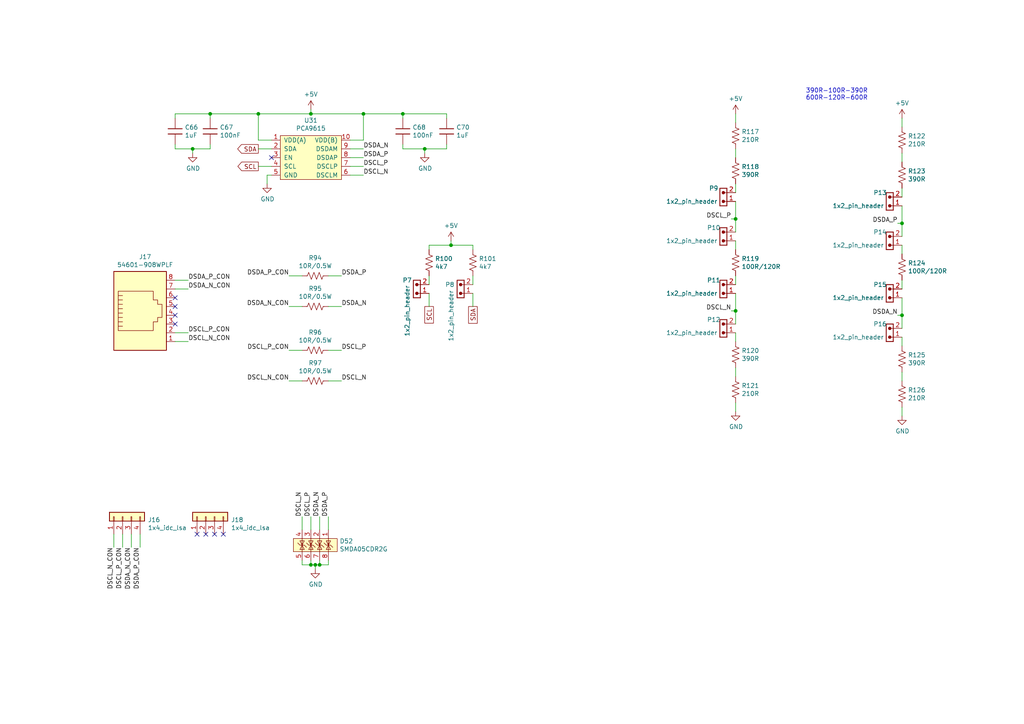
<source format=kicad_sch>
(kicad_sch (version 20230121) (generator eeschema)
  (paper "A4")
  (title_block (title "Differential I2C bus") (date "2023-07-15") (rev "v2.0") (company "Roman Labovsky (roman-labovsky.cz)"))
  (lib_symbols
    (symbol "connector_rl:1x2_pin_header" (pin_names (offset 1.016) hide)
      (property "Reference" "P" (at 0 2.54 0))
      (property "Value" "1x2_pin_header" (at 1.27 -5.08 0))
      (symbol "1x2_pin_header_0_1"
        (circle (center -1.27 -0.254) (radius 0.254) (stroke (width 0.4572)))
        (polyline (pts (xy -2.54 -1.27) (xy -2.54 0.762)) (stroke (width 0.254)))
        (polyline (pts (xy -2.54 -1.27) (xy 2.54 -1.27)) (stroke (width 0.254)))
        (polyline (pts (xy -1.27 -1.27) (xy -1.27 -0.254)) (stroke (width 0.1524)))
        (polyline (pts (xy 1.27 -1.27) (xy 1.27 -0.254)) (stroke (width 0.1524)))
        (polyline (pts (xy 2.54 -1.27) (xy 2.54 0.762) (xy -2.54 0.762)) (stroke (width 0.254)))
        (circle (center 1.27 -0.254) (radius 0.254) (stroke (width 0.4572)))
      )
      (symbol "1x2_pin_header_1_1"
        (pin passive line (at -1.27 -3.81 90) (length 2.54) (name "1") (number "1"))
        (pin passive line (at 1.27 -3.81 90) (length 2.54) (name "2") (number "2"))
      )
    )
    (symbol "connector_rl:1x4_idc_lsa" (pin_names (offset 1.016) hide)
      (property "Reference" "J" (at 0 2.54 0))
      (property "Value" "1x4_idc_lsa" (at 11.43 0 0))
      (symbol "1x4_idc_lsa_1_1"
        (rectangle (start -5.08 -1.27) (end 5.08 1.27) (stroke (width 0.254)) (fill (type background)))
        (rectangle (start -3.937 -1.27) (end -3.683 0) (stroke (width 0.1524)))
        (rectangle (start -1.397 -1.27) (end -1.143 0) (stroke (width 0.1524)))
        (rectangle (start 1.143 -1.27) (end 1.397 0) (stroke (width 0.1524)))
        (rectangle (start 3.683 -1.27) (end 3.937 0) (stroke (width 0.1524)))
        (pin passive line (at -3.81 -5.08 90) (length 3.81) (name "1") (number "1"))
        (pin passive line (at -1.27 -5.08 90) (length 3.81) (name "2") (number "2"))
        (pin passive line (at 1.27 -5.08 90) (length 3.81) (name "3") (number "3"))
        (pin passive line (at 3.81 -5.08 90) (length 3.81) (name "4") (number "4"))
      )
    )
    (symbol "connector_rl:rj45" (pin_names (offset 1.016))
      (property "Reference" "J" (at -6.35 15.24 0))
      (property "Value" "rj45" (at 0 -12.7 0))
      (symbol "rj45_1_1"
        (polyline (pts (xy -5.08 4.445) (xy -6.35 4.445)))
        (polyline (pts (xy -5.08 5.715) (xy -6.35 5.715)))
        (polyline (pts (xy -6.35 -3.175) (xy -5.08 -3.175) (xy -5.08 -3.175)))
        (polyline (pts (xy -6.35 -1.905) (xy -5.08 -1.905) (xy -5.08 -1.905)))
        (polyline (pts (xy -6.35 -0.635) (xy -5.08 -0.635) (xy -5.08 -0.635)))
        (polyline (pts (xy -6.35 0.635) (xy -5.08 0.635) (xy -5.08 0.635)))
        (polyline (pts (xy -6.35 1.905) (xy -5.08 1.905) (xy -5.08 1.905)))
        (polyline (pts (xy -5.08 3.175) (xy -6.35 3.175) (xy -6.35 3.175)))
        (polyline (pts (xy -6.35 -4.445) (xy -6.35 6.985) (xy 3.81 6.985) (xy 3.81 4.445) (xy 5.08 4.445) (xy 5.08 3.175) (xy 6.35 3.175) (xy 6.35 -0.635) (xy 5.08 -0.635) (xy 5.08 -1.905) (xy 3.81 -1.905) (xy 3.81 -4.445) (xy -6.35 -4.445) (xy -6.35 -4.445)))
        (rectangle (start 7.62 12.7) (end -7.62 -10.16) (stroke (width 0.254)) (fill (type background)))
        (pin passive line (at 10.16 -7.62 180) (length 2.54) (name "~") (number "1"))
        (pin passive line (at 10.16 -5.08 180) (length 2.54) (name "~") (number "2"))
        (pin passive line (at 10.16 -2.54 180) (length 2.54) (name "~") (number "3"))
        (pin passive line (at 10.16 0 180) (length 2.54) (name "~") (number "4"))
        (pin passive line (at 10.16 2.54 180) (length 2.54) (name "~") (number "5"))
        (pin passive line (at 10.16 5.08 180) (length 2.54) (name "~") (number "6"))
        (pin passive line (at 10.16 7.62 180) (length 2.54) (name "~") (number "7"))
        (pin passive line (at 10.16 10.16 180) (length 2.54) (name "~") (number "8"))
      )
    )
    (symbol "diode_rl:SMDA05CDR2G" (pin_names (offset 1.016) hide)
      (property "Reference" "D" (at 5.08 3.81 0))
      (property "Value" "SMDA05CDR2G" (at 11.43 -2.54 0))
      (symbol "SMDA05CDR2G_0_1"
        (rectangle (start -6.35 2.54) (end 6.35 -1.27) (fill (type background)))
      )
      (symbol "SMDA05CDR2G_1_1"
        (polyline (pts (xy -3.81 1.27) (xy -3.81 -1.27)))
        (polyline (pts (xy -3.81 2.54) (xy -3.81 0.635)))
        (polyline (pts (xy -1.27 1.27) (xy -1.27 -1.27)))
        (polyline (pts (xy -1.27 2.54) (xy -1.27 0.635)))
        (polyline (pts (xy 1.27 1.27) (xy 1.27 -1.27)))
        (polyline (pts (xy 1.27 2.54) (xy 1.27 0.635)))
        (polyline (pts (xy 3.81 1.27) (xy 3.81 -1.27)))
        (polyline (pts (xy 3.81 2.54) (xy 3.81 0.635)))
        (polyline (pts (xy -3.81 0.635) (xy -4.445 -0.635) (xy -3.175 -0.635) (xy -3.81 0.635)))
        (polyline (pts (xy -3.81 0.635) (xy -3.175 1.905) (xy -4.445 1.905) (xy -3.81 0.635)))
        (polyline (pts (xy -2.54 1.27) (xy -1.905 0.635) (xy -0.635 0.635) (xy 0 0)))
        (polyline (pts (xy -1.27 0.635) (xy -0.635 -0.635) (xy -1.905 -0.635) (xy -1.27 0.635)))
        (polyline (pts (xy 1.27 0.635) (xy 0.635 -0.635) (xy 1.905 -0.635) (xy 1.27 0.635)))
        (polyline (pts (xy 1.27 0.635) (xy 1.905 1.905) (xy 0.635 1.905) (xy 1.27 0.635)))
        (polyline (pts (xy 2.54 1.27) (xy 3.175 0.635) (xy 4.445 0.635) (xy 5.08 0)))
        (polyline (pts (xy 3.81 0.635) (xy 4.445 -0.635) (xy 3.175 -0.635) (xy 3.81 0.635)))
        (polyline (pts (xy -5.08 1.27) (xy -4.445 0.635) (xy -3.81 0.635) (xy -3.175 0.635) (xy -2.54 0)))
        (polyline (pts (xy -1.27 0.635) (xy -1.905 1.905) (xy -0.635 1.905) (xy -1.27 0.635) (xy -1.27 1.27)))
        (polyline (pts (xy 0 1.27) (xy 0.635 0.635) (xy 1.27 0.635) (xy 1.905 0.635) (xy 2.54 0)))
        (polyline (pts (xy 3.81 0.635) (xy 3.175 1.905) (xy 4.445 1.905) (xy 3.81 0.635) (xy 3.81 1.27)))
        (pin passive line (at 3.81 5.08 270) (length 2.54) (name "A") (number "1"))
        (pin passive line (at 1.27 5.08 270) (length 2.54) (name "A") (number "2"))
        (pin passive line (at -1.27 5.08 270) (length 2.54) (name "A") (number "3"))
        (pin passive line (at -3.81 5.08 270) (length 2.54) (name "A") (number "4"))
        (pin passive line (at -3.81 -3.81 90) (length 2.54) (name "A") (number "5"))
        (pin passive line (at -1.27 -3.81 90) (length 2.54) (name "A") (number "6"))
        (pin passive line (at 1.27 -3.81 90) (length 2.54) (name "A") (number "7"))
        (pin passive line (at 3.81 -3.81 90) (length 2.54) (name "A") (number "8"))
      )
    )
    (symbol "interface_i2c_rl:PCA9615" (pin_names (offset 1.016))
      (property "Reference" "U?" (at -7.62 7.62 0))
      (property "Value" "PCA9615" (at 2.54 7.62 0))
      (symbol "PCA9615_0_1"
        (rectangle (start -8.89 6.35) (end 8.89 -6.35) (fill (type background)))
      )
      (symbol "PCA9615_1_1"
        (pin power_in line (at -11.43 5.08 0) (length 2.54) (name "VDD(A)") (number "1"))
        (pin power_in line (at 11.43 5.08 180) (length 2.54) (name "VDD(B)") (number "10"))
        (pin bidirectional line (at -11.43 2.54 0) (length 2.54) (name "SDA") (number "2"))
        (pin input line (at -11.43 0 0) (length 2.54) (name "EN") (number "3"))
        (pin bidirectional line (at -11.43 -2.54 0) (length 2.54) (name "SCL") (number "4"))
        (pin power_in line (at -11.43 -5.08 0) (length 2.54) (name "GND") (number "5"))
        (pin bidirectional line (at 11.43 -5.08 180) (length 2.54) (name "DSCLM") (number "6"))
        (pin bidirectional line (at 11.43 -2.54 180) (length 2.54) (name "DSCLP") (number "7"))
        (pin bidirectional line (at 11.43 0 180) (length 2.54) (name "DSDAP") (number "8"))
        (pin bidirectional line (at 11.43 2.54 180) (length 2.54) (name "DSDAM") (number "9"))
      )
    )
    (symbol "passive_component_rl:capacitor" (pin_numbers hide) (pin_names (offset 1.016) hide)
      (property "Reference" "C" (at 0 3.81 0))
      (property "Value" "capacitor" (at 0 -3.81 0))
      (symbol "capacitor_1_1"
        (polyline (pts (xy -0.762 -2.032) (xy -0.762 2.032)) (stroke (width 0.254)))
        (polyline (pts (xy 0.762 -2.032) (xy 0.762 2.032)) (stroke (width 0.254)))
        (pin passive line (at -3.81 0 0) (length 2.8956) (name "~") (number "1"))
        (pin passive line (at 3.81 0 180) (length 2.8956) (name "~") (number "2"))
      )
    )
    (symbol "passive_component_rl:resistor_us" (pin_numbers hide) (pin_names hide)
      (property "Reference" "R" (at 0 2.032 0))
      (property "Value" "resistor_us" (at 0 -2.54 0))
      (symbol "resistor_us_1_1"
        (polyline (pts (xy -2.286 0) (xy -2.54 0)))
        (polyline (pts (xy 2.286 0) (xy 2.54 0)))
        (polyline (pts (xy -2.286 0) (xy -1.905 1.016) (xy -1.524 0) (xy -1.143 -1.016) (xy -0.762 0)))
        (polyline (pts (xy -0.762 0) (xy -0.381 1.016) (xy 0 0) (xy 0.381 -1.016) (xy 0.762 0)))
        (polyline (pts (xy 0.762 0) (xy 1.143 1.016) (xy 1.524 0) (xy 1.905 -1.016) (xy 2.286 0)))
        (pin passive line (at -3.81 0 0) (length 1.27) (name "~") (number "1"))
        (pin passive line (at 3.81 0 180) (length 1.27) (name "~") (number "2"))
      )
    )
    (symbol "power_rl:+5V" (power) (pin_numbers hide) (pin_names (offset 0))
      (property "Value" "+5V" (at 0 3.556 0))
      (symbol "+5V_1_1"
        (polyline (pts (xy -0.762 1.27) (xy 0 2.54)))
        (polyline (pts (xy 0 0) (xy 0 2.54)))
        (polyline (pts (xy 0 2.54) (xy 0.762 1.27)))
        (pin power_in line (at 0 0 90) (length 0) hide (name "+5V") (number "1"))
      )
    )
    (symbol "power_rl:GND" (power) (pin_names (offset 0))
      (property "Value" "GND" (at 0 -2.54 0))
      (symbol "GND_1_1"
        (polyline (pts (xy 0 1.27) (xy 0 0) (xy 1.27 0) (xy 0 -1.27) (xy -1.27 0) (xy 0 0)))
        (pin power_in line (at 0 1.27 270) (length 0) hide (name "GND") (number "1"))
      )
    )
  )
  (junction (at 116.84 33.02))
  (junction (at 213.36 63.5))
  (junction (at 213.36 90.17))
  (junction (at 123.19 43.18))
  (junction (at 92.71 163.83))
  (junction (at 105.41 33.02))
  (junction (at 130.81 71.12))
  (junction (at 261.62 91.44))
  (junction (at 261.62 64.77))
  (junction (at 60.96 33.02))
  (junction (at 74.93 33.02))
  (junction (at 91.44 163.83))
  (junction (at 90.17 33.02))
  (junction (at 90.17 163.83))
  (junction (at 55.88 43.18))
  (no_connect (at 62.23 154.94))
  (no_connect (at 64.77 154.94))
  (no_connect (at 57.15 154.94))
  (no_connect (at 50.8 91.44))
  (no_connect (at 59.69 154.94))
  (no_connect (at 50.8 88.9))
  (no_connect (at 50.8 93.98))
  (no_connect (at 50.8 86.36))
  (no_connect (at 78.74 45.72))
  (wire (pts (xy 105.41 33.02) (xy 105.41 40.64)))
  (wire (pts (xy 124.46 82.55) (xy 124.46 80.01)))
  (wire (pts (xy 261.62 120.65) (xy 261.62 118.11)))
  (wire (pts (xy 129.54 33.02) (xy 129.54 34.29)))
  (wire (pts (xy 130.81 69.85) (xy 130.81 71.12)))
  (wire (pts (xy 213.36 90.17) (xy 213.36 93.98)))
  (wire (pts (xy 50.8 83.82) (xy 54.61 83.82)))
  (wire (pts (xy 92.71 163.83) (xy 95.25 163.83)))
  (wire (pts (xy 213.36 67.31) (xy 213.36 63.5)))
  (wire (pts (xy 95.25 163.83) (xy 95.25 162.56)))
  (wire (pts (xy 124.46 72.39) (xy 124.46 71.12)))
  (wire (pts (xy 116.84 33.02) (xy 129.54 33.02)))
  (wire (pts (xy 101.6 45.72) (xy 105.41 45.72)))
  (wire (pts (xy 212.09 63.5) (xy 213.36 63.5)))
  (wire (pts (xy 55.88 43.18) (xy 60.96 43.18)))
  (wire (pts (xy 213.36 69.85) (xy 213.36 72.39)))
  (wire (pts (xy 261.62 100.33) (xy 261.62 97.79)))
  (wire (pts (xy 40.64 154.94) (xy 40.64 158.75)))
  (wire (pts (xy 95.25 149.86) (xy 95.25 153.67)))
  (wire (pts (xy 213.36 106.68) (xy 213.36 109.22)))
  (wire (pts (xy 38.1 154.94) (xy 38.1 158.75)))
  (wire (pts (xy 260.35 91.44) (xy 261.62 91.44)))
  (wire (pts (xy 123.19 43.18) (xy 129.54 43.18)))
  (wire (pts (xy 78.74 48.26) (xy 74.93 48.26)))
  (wire (pts (xy 50.8 41.91) (xy 50.8 43.18)))
  (wire (pts (xy 116.84 43.18) (xy 123.19 43.18)))
  (wire (pts (xy 116.84 34.29) (xy 116.84 33.02)))
  (wire (pts (xy 261.62 107.95) (xy 261.62 110.49)))
  (wire (pts (xy 87.63 80.01) (xy 83.82 80.01)))
  (wire (pts (xy 213.36 58.42) (xy 213.36 63.5)))
  (wire (pts (xy 90.17 163.83) (xy 91.44 163.83)))
  (wire (pts (xy 261.62 59.69) (xy 261.62 64.77)))
  (wire (pts (xy 213.36 85.09) (xy 213.36 90.17)))
  (wire (pts (xy 124.46 71.12) (xy 130.81 71.12)))
  (wire (pts (xy 261.62 57.15) (xy 261.62 54.61)))
  (wire (pts (xy 78.74 40.64) (xy 74.93 40.64)))
  (wire (pts (xy 261.62 36.83) (xy 261.62 34.29)))
  (wire (pts (xy 137.16 71.12) (xy 137.16 72.39)))
  (wire (pts (xy 50.8 33.02) (xy 50.8 34.29)))
  (wire (pts (xy 261.62 83.82) (xy 261.62 81.28)))
  (wire (pts (xy 60.96 33.02) (xy 74.93 33.02)))
  (wire (pts (xy 78.74 43.18) (xy 74.93 43.18)))
  (wire (pts (xy 130.81 71.12) (xy 137.16 71.12)))
  (wire (pts (xy 213.36 35.56) (xy 213.36 33.02)))
  (wire (pts (xy 213.36 119.38) (xy 213.36 116.84)))
  (wire (pts (xy 91.44 165.1) (xy 91.44 163.83)))
  (wire (pts (xy 101.6 48.26) (xy 105.41 48.26)))
  (wire (pts (xy 50.8 96.52) (xy 54.61 96.52)))
  (wire (pts (xy 87.63 149.86) (xy 87.63 153.67)))
  (wire (pts (xy 87.63 88.9) (xy 83.82 88.9)))
  (wire (pts (xy 123.19 44.45) (xy 123.19 43.18)))
  (wire (pts (xy 137.16 85.09) (xy 137.16 88.9)))
  (wire (pts (xy 92.71 149.86) (xy 92.71 153.67)))
  (wire (pts (xy 87.63 110.49) (xy 83.82 110.49)))
  (wire (pts (xy 116.84 41.91) (xy 116.84 43.18)))
  (wire (pts (xy 74.93 33.02) (xy 90.17 33.02)))
  (wire (pts (xy 50.8 81.28) (xy 54.61 81.28)))
  (wire (pts (xy 105.41 33.02) (xy 116.84 33.02)))
  (wire (pts (xy 60.96 33.02) (xy 50.8 33.02)))
  (wire (pts (xy 213.36 43.18) (xy 213.36 45.72)))
  (wire (pts (xy 74.93 40.64) (xy 74.93 33.02)))
  (wire (pts (xy 60.96 34.29) (xy 60.96 33.02)))
  (wire (pts (xy 212.09 90.17) (xy 213.36 90.17)))
  (wire (pts (xy 90.17 33.02) (xy 105.41 33.02)))
  (wire (pts (xy 35.56 154.94) (xy 35.56 158.75)))
  (wire (pts (xy 95.25 110.49) (xy 99.06 110.49)))
  (wire (pts (xy 55.88 44.45) (xy 55.88 43.18)))
  (wire (pts (xy 77.47 50.8) (xy 77.47 53.34)))
  (wire (pts (xy 101.6 50.8) (xy 105.41 50.8)))
  (wire (pts (xy 261.62 44.45) (xy 261.62 46.99)))
  (wire (pts (xy 50.8 99.06) (xy 54.61 99.06)))
  (wire (pts (xy 213.36 82.55) (xy 213.36 80.01)))
  (wire (pts (xy 213.36 99.06) (xy 213.36 96.52)))
  (wire (pts (xy 261.62 68.58) (xy 261.62 64.77)))
  (wire (pts (xy 261.62 91.44) (xy 261.62 95.25)))
  (wire (pts (xy 137.16 82.55) (xy 137.16 80.01)))
  (wire (pts (xy 95.25 88.9) (xy 99.06 88.9)))
  (wire (pts (xy 87.63 162.56) (xy 87.63 163.83)))
  (wire (pts (xy 33.02 154.94) (xy 33.02 158.75)))
  (wire (pts (xy 261.62 86.36) (xy 261.62 91.44)))
  (wire (pts (xy 50.8 43.18) (xy 55.88 43.18)))
  (wire (pts (xy 101.6 43.18) (xy 105.41 43.18)))
  (wire (pts (xy 60.96 43.18) (xy 60.96 41.91)))
  (wire (pts (xy 91.44 163.83) (xy 92.71 163.83)))
  (wire (pts (xy 260.35 64.77) (xy 261.62 64.77)))
  (wire (pts (xy 95.25 101.6) (xy 99.06 101.6)))
  (wire (pts (xy 129.54 43.18) (xy 129.54 41.91)))
  (wire (pts (xy 213.36 55.88) (xy 213.36 53.34)))
  (wire (pts (xy 90.17 149.86) (xy 90.17 153.67)))
  (wire (pts (xy 87.63 101.6) (xy 83.82 101.6)))
  (wire (pts (xy 78.74 50.8) (xy 77.47 50.8)))
  (wire (pts (xy 261.62 71.12) (xy 261.62 73.66)))
  (wire (pts (xy 90.17 31.75) (xy 90.17 33.02)))
  (wire (pts (xy 87.63 163.83) (xy 90.17 163.83)))
  (wire (pts (xy 124.46 85.09) (xy 124.46 88.9)))
  (wire (pts (xy 105.41 40.64) (xy 101.6 40.64)))
  (wire (pts (xy 90.17 162.56) (xy 90.17 163.83)))
  (wire (pts (xy 95.25 80.01) (xy 99.06 80.01)))
  (wire (pts (xy 92.71 162.56) (xy 92.71 163.83)))
  (text "390R-100R-390R\n600R-120R-600R" (at 233.68 29.21 0) (effects (font (size 1.27 1.27)) (justify left bottom)))
  (label "DSCL_P" (at 105.41 48.26 0))
  (label "DSDA_N_CON" (at 38.1 158.75 270))
  (label "DSCL_P_CON" (at 35.56 158.75 270))
  (label "DSDA_P_CON" (at 40.64 158.75 270))
  (label "DSDA_N" (at 99.06 88.9 0))
  (label "DSDA_N" (at 260.35 91.44 180))
  (label "DSCL_P" (at 212.09 63.5 180))
  (label "DSCL_N_CON" (at 83.82 110.49 180))
  (label "DSCL_P_CON" (at 54.61 96.52 0))
  (label "DSDA_N" (at 105.41 43.18 0))
  (label "DSDA_P" (at 99.06 80.01 0))
  (label "DSCL_P" (at 99.06 101.6 0))
  (label "DSCL_N_CON" (at 54.61 99.06 0))
  (label "DSCL_P" (at 90.17 149.86 90))
  (label "DSCL_N" (at 87.63 149.86 90))
  (label "DSDA_P" (at 95.25 149.86 90))
  (label "DSCL_N_CON" (at 33.02 158.75 270))
  (label "DSDA_P" (at 105.41 45.72 0))
  (label "DSDA_P_CON" (at 54.61 81.28 0))
  (label "DSCL_P_CON" (at 83.82 101.6 180))
  (label "DSDA_P_CON" (at 83.82 80.01 180))
  (label "DSCL_N" (at 212.09 90.17 180))
  (label "DSCL_N" (at 99.06 110.49 0))
  (label "DSDA_P" (at 260.35 64.77 180))
  (label "DSDA_N_CON" (at 54.61 83.82 0))
  (label "DSDA_N_CON" (at 83.82 88.9 180))
  (label "DSCL_N" (at 105.41 50.8 0))
  (label "DSDA_N" (at 92.71 149.86 90))
  (global_label "SDA" (shape output) (at 74.93 43.18 180) (property "Intersheetrefs" "${INTERSHEET_REFS}" (effects hide)))
  (global_label "SCL" (shape passive) (at 124.46 88.9 270) (property "Intersheetrefs" "${INTERSHEET_REFS}" (effects hide)))
  (global_label "SCL" (shape output) (at 74.93 48.26 180) (property "Intersheetrefs" "${INTERSHEET_REFS}" (effects hide)))
  (global_label "SDA" (shape passive) (at 137.16 88.9 270) (property "Intersheetrefs" "${INTERSHEET_REFS}" (effects hide)))
  (symbol (lib_id "interface_i2c_rl:PCA9615") (at 90.17 45.72 0) (unit 1)
    (property "Reference" "U31" (at 90.17 34.925 0))
    (property "Value" "PCA9615" (at 90.17 37.2364 0))
    (property "Footprint" "package_tssop_rl:tssop_10" (effects hide))
    (property "Datasheet" "https://www.nxp.com/docs/en/data-sheet/PCA9615.pdf" (effects hide))
    (property "Manufacture" "NXP Semiconductors" (effects hide))
  )
  (symbol (lib_id "passive_component_rl:capacitor") (at 60.96 38.1 270) (unit 1)
    (property "Reference" "C67" (at 63.754 36.9316 90) (effects (justify left)))
    (property "Value" "100nF" (at 63.754 39.243 90) (effects (justify left)))
    (property "Footprint" "capacitor_smd_rl:c_1206" (effects hide))
  )
  (symbol (lib_id "passive_component_rl:capacitor") (at 50.8 38.1 270) (unit 1)
    (property "Reference" "C66" (at 53.594 36.9316 90) (effects (justify left)))
    (property "Value" "1uF" (at 53.594 39.243 90) (effects (justify left)))
    (property "Footprint" "capacitor_smd_rl:c_1206" (effects hide))
    (instances (project "zone-controller" (path "" (reference "C66") (unit 1)) (path "" (reference "C?") (unit 1))))
  )
  (symbol (lib_id "passive_component_rl:capacitor") (at 116.84 38.1 270) (unit 1)
    (property "Reference" "C68" (at 119.634 36.9316 90) (effects (justify left)))
    (property "Value" "100nF" (at 119.634 39.243 90) (effects (justify left)))
    (property "Footprint" "capacitor_smd_rl:c_1206" (effects hide))
  )
  (symbol (lib_id "passive_component_rl:capacitor") (at 129.54 38.1 270) (unit 1)
    (property "Reference" "C70" (at 132.334 36.9316 90) (effects (justify left)))
    (property "Value" "1uF" (at 132.334 39.243 90) (effects (justify left)))
    (property "Footprint" "capacitor_smd_rl:c_1206" (effects hide))
  )
  (symbol (lib_id "power_rl:GND") (at 77.47 54.61 0) (unit 1)
    (property "Reference" "#PWR0400" (effects hide))
    (property "Value" "GND" (at 77.597 57.7342 0))
  )
  (symbol (lib_id "power_rl:GND") (at 55.88 45.72 0) (unit 1)
    (property "Reference" "#PWR0401" (effects hide))
    (property "Value" "GND" (at 56.007 48.8442 0))
  )
  (symbol (lib_id "power_rl:GND") (at 123.19 45.72 0) (unit 1)
    (property "Reference" "#PWR0402" (effects hide))
    (property "Value" "GND" (at 123.317 48.8442 0))
  )
  (symbol (lib_id "power_rl:+5V") (at 90.17 31.75 0) (unit 1)
    (property "Reference" "#PWR0403" (effects hide))
    (property "Value" "+5V" (at 90.17 27.3558 0))
  )
  (symbol (lib_id "passive_component_rl:resistor_us") (at 124.46 76.2 270) (unit 1)
    (property "Reference" "R100" (at 126.1872 75.0316 90) (effects (justify left)))
    (property "Value" "4k7" (at 126.1872 77.343 90) (effects (justify left)))
    (property "Footprint" "resistor_smd_rl:r_1206" (effects hide))
  )
  (symbol (lib_id "passive_component_rl:resistor_us") (at 137.16 76.2 270) (unit 1)
    (property "Reference" "R101" (at 138.8872 75.0316 90) (effects (justify left)))
    (property "Value" "4k7" (at 138.8872 77.343 90) (effects (justify left)))
    (property "Footprint" "resistor_smd_rl:r_1206" (effects hide))
  )
  (symbol (lib_id "power_rl:+5V") (at 130.81 69.85 0) (unit 1)
    (property "Reference" "#PWR0404" (effects hide))
    (property "Value" "+5V" (at 130.81 65.4558 0))
  )
  (symbol (lib_id "connector_rl:1x2_pin_header") (at 120.65 83.82 90) (unit 1)
    (property "Reference" "P7" (at 118.11 81.28 90))
    (property "Value" "1x2_pin_header" (at 118.11 90.17 0))
    (property "Footprint" "connector_smd_pinheader_2.54mm_rl:1x2_pinheader_2.54mm_vertical" (effects hide))
  )
  (symbol (lib_id "connector_rl:1x2_pin_header") (at 133.35 83.82 90) (unit 1)
    (property "Reference" "P8" (at 131.826 82.55 90) (effects (justify left)))
    (property "Value" "1x2_pin_header" (at 130.81 99.06 0) (effects (justify left)))
    (property "Footprint" "connector_smd_pinheader_2.54mm_rl:1x2_pinheader_2.54mm_vertical" (effects hide))
  )
  (symbol (lib_id "connector_rl:rj45") (at 40.64 91.44 0) (unit 1)
    (property "Reference" "J17" (at 42.0878 74.4982 0))
    (property "Value" "54601-908WPLF" (at 42.0878 76.8096 0))
    (property "Footprint" "connector_rl:rj45_54601-908WPLF" (effects hide))
  )
  (symbol (lib_id "passive_component_rl:resistor_us") (at 91.44 80.01 0) (unit 1)
    (property "Reference" "R94" (at 91.44 74.803 0))
    (property "Value" "10R/0.5W" (at 91.44 77.1144 0))
    (property "Footprint" "resistor_smd_rl:r_1206" (effects hide))
  )
  (symbol (lib_id "passive_component_rl:resistor_us") (at 91.44 88.9 0) (unit 1)
    (property "Reference" "R95" (at 91.44 83.693 0))
    (property "Value" "10R/0.5W" (at 91.44 86.0044 0))
    (property "Footprint" "resistor_smd_rl:r_1206" (effects hide))
  )
  (symbol (lib_id "passive_component_rl:resistor_us") (at 91.44 101.6 0) (unit 1)
    (property "Reference" "R96" (at 91.44 96.393 0))
    (property "Value" "10R/0.5W" (at 91.44 98.7044 0))
    (property "Footprint" "resistor_smd_rl:r_1206" (effects hide))
  )
  (symbol (lib_id "passive_component_rl:resistor_us") (at 91.44 110.49 0) (unit 1)
    (property "Reference" "R97" (at 91.44 105.283 0))
    (property "Value" "10R/0.5W" (at 91.44 107.5944 0))
    (property "Footprint" "resistor_smd_rl:r_1206" (effects hide))
  )
  (symbol (lib_id "diode_rl:SMDA05CDR2G") (at 91.44 158.75 0) (unit 1)
    (property "Reference" "D52" (at 98.5012 156.9466 0) (effects (justify left)))
    (property "Value" "SMDA05CDR2G" (at 98.5012 159.258 0) (effects (justify left)))
    (property "Footprint" "package_soic_rl:soic_8_3.9mmx4.9mm" (effects hide))
    (property "Datasheet" "https://www.onsemi.com/pdf/datasheet/smda05c-d.pdf" (effects hide))
  )
  (symbol (lib_id "power_rl:GND") (at 91.44 166.37 0) (unit 1)
    (property "Reference" "#PWR0405" (effects hide))
    (property "Value" "GND" (at 91.567 169.4942 0))
  )
  (symbol (lib_id "connector_rl:1x4_idc_lsa") (at 36.83 149.86 0) (unit 1)
    (property "Reference" "J16" (at 42.8752 150.7744 0) (effects (justify left)))
    (property "Value" "1x4_idc_lsa" (at 42.8752 153.0858 0) (effects (justify left)))
    (property "Footprint" "connector_rl:1x4_idc_lsa_connector_general" (effects hide))
  )
  (symbol (lib_id "connector_rl:1x4_idc_lsa") (at 60.96 149.86 0) (unit 1)
    (property "Reference" "J18" (at 67.0052 150.7744 0) (effects (justify left)))
    (property "Value" "1x4_idc_lsa" (at 67.0052 153.0858 0) (effects (justify left)))
    (property "Footprint" "connector_rl:1x4_idc_lsa_connector_general" (effects hide))
  )
  (symbol (lib_id "power_rl:+5V") (at 213.36 33.02 0) (unit 1)
    (property "Reference" "#PWR0406" (effects hide))
    (property "Value" "+5V" (at 213.36 28.6258 0))
  )
  (symbol (lib_id "passive_component_rl:resistor_us") (at 213.36 39.37 270) (unit 1)
    (property "Reference" "R117" (at 215.0872 38.2016 90) (effects (justify left)))
    (property "Value" "210R" (at 215.0872 40.513 90) (effects (justify left)))
    (property "Footprint" "resistor_smd_rl:r_1206" (effects hide))
  )
  (symbol (lib_id "passive_component_rl:resistor_us") (at 213.36 49.53 270) (unit 1)
    (property "Reference" "R118" (at 215.0872 48.3616 90) (effects (justify left)))
    (property "Value" "390R" (at 215.0872 50.673 90) (effects (justify left)))
    (property "Footprint" "resistor_smd_rl:r_1206" (effects hide))
  )
  (symbol (lib_id "connector_rl:1x2_pin_header") (at 209.55 57.15 90) (unit 1)
    (property "Reference" "P9" (at 207.01 54.61 90))
    (property "Value" "1x2_pin_header" (at 200.66 58.42 90))
    (property "Footprint" "connector_smd_pinheader_2.54mm_rl:1x2_pinheader_2.54mm_vertical" (effects hide))
  )
  (symbol (lib_id "passive_component_rl:resistor_us") (at 213.36 76.2 270) (unit 1)
    (property "Reference" "R119" (at 215.0872 75.0316 90) (effects (justify left)))
    (property "Value" "100R/120R" (at 215.0872 77.343 90) (effects (justify left)))
    (property "Footprint" "resistor_smd_rl:r_1206" (effects hide))
  )
  (symbol (lib_id "connector_rl:1x2_pin_header") (at 209.55 95.25 90) (unit 1)
    (property "Reference" "P12" (at 207.01 92.71 90))
    (property "Value" "1x2_pin_header" (at 200.66 96.52 90))
    (property "Footprint" "connector_smd_pinheader_2.54mm_rl:1x2_pinheader_2.54mm_vertical" (effects hide))
  )
  (symbol (lib_id "passive_component_rl:resistor_us") (at 213.36 102.87 270) (unit 1)
    (property "Reference" "R120" (at 215.0872 101.7016 90) (effects (justify left)))
    (property "Value" "390R" (at 215.0872 104.013 90) (effects (justify left)))
    (property "Footprint" "resistor_smd_rl:r_1206" (effects hide))
  )
  (symbol (lib_id "passive_component_rl:resistor_us") (at 213.36 113.03 270) (unit 1)
    (property "Reference" "R121" (at 215.0872 111.8616 90) (effects (justify left)))
    (property "Value" "210R" (at 215.0872 114.173 90) (effects (justify left)))
    (property "Footprint" "resistor_smd_rl:r_1206" (effects hide))
  )
  (symbol (lib_id "power_rl:GND") (at 213.36 120.65 0) (unit 1)
    (property "Reference" "#PWR0407" (effects hide))
    (property "Value" "GND" (at 213.487 123.7742 0))
  )
  (symbol (lib_id "connector_rl:1x2_pin_header") (at 209.55 68.58 90) (unit 1)
    (property "Reference" "P10" (at 207.01 66.04 90))
    (property "Value" "1x2_pin_header" (at 200.66 69.85 90))
    (property "Footprint" "connector_smd_pinheader_2.54mm_rl:1x2_pinheader_2.54mm_vertical" (effects hide))
  )
  (symbol (lib_id "connector_rl:1x2_pin_header") (at 209.55 83.82 90) (unit 1)
    (property "Reference" "P11" (at 207.01 81.28 90))
    (property "Value" "1x2_pin_header" (at 200.66 85.09 90))
    (property "Footprint" "connector_smd_pinheader_2.54mm_rl:1x2_pinheader_2.54mm_vertical" (effects hide))
  )
  (symbol (lib_id "power_rl:+5V") (at 261.62 34.29 0) (unit 1)
    (property "Reference" "#PWR0408" (effects hide))
    (property "Value" "+5V" (at 261.62 29.8958 0))
  )
  (symbol (lib_id "passive_component_rl:resistor_us") (at 261.62 40.64 270) (unit 1)
    (property "Reference" "R122" (at 263.3472 39.4716 90) (effects (justify left)))
    (property "Value" "210R" (at 263.3472 41.783 90) (effects (justify left)))
    (property "Footprint" "resistor_smd_rl:r_1206" (effects hide))
  )
  (symbol (lib_id "passive_component_rl:resistor_us") (at 261.62 50.8 270) (unit 1)
    (property "Reference" "R123" (at 263.3472 49.6316 90) (effects (justify left)))
    (property "Value" "390R" (at 263.3472 51.943 90) (effects (justify left)))
    (property "Footprint" "resistor_smd_rl:r_1206" (effects hide))
  )
  (symbol (lib_id "connector_rl:1x2_pin_header") (at 257.81 58.42 90) (unit 1)
    (property "Reference" "P13" (at 255.27 55.88 90))
    (property "Value" "1x2_pin_header" (at 248.92 59.69 90))
    (property "Footprint" "connector_smd_pinheader_2.54mm_rl:1x2_pinheader_2.54mm_vertical" (effects hide))
  )
  (symbol (lib_id "passive_component_rl:resistor_us") (at 261.62 77.47 270) (unit 1)
    (property "Reference" "R124" (at 263.3472 76.3016 90) (effects (justify left)))
    (property "Value" "100R/120R" (at 263.3472 78.613 90) (effects (justify left)))
    (property "Footprint" "resistor_smd_rl:r_1206" (effects hide))
  )
  (symbol (lib_id "connector_rl:1x2_pin_header") (at 257.81 96.52 90) (unit 1)
    (property "Reference" "P16" (at 255.27 93.98 90))
    (property "Value" "1x2_pin_header" (at 248.92 97.79 90))
    (property "Footprint" "connector_smd_pinheader_2.54mm_rl:1x2_pinheader_2.54mm_vertical" (effects hide))
  )
  (symbol (lib_id "passive_component_rl:resistor_us") (at 261.62 104.14 270) (unit 1)
    (property "Reference" "R125" (at 263.3472 102.9716 90) (effects (justify left)))
    (property "Value" "390R" (at 263.3472 105.283 90) (effects (justify left)))
    (property "Footprint" "resistor_smd_rl:r_1206" (effects hide))
  )
  (symbol (lib_id "passive_component_rl:resistor_us") (at 261.62 114.3 270) (unit 1)
    (property "Reference" "R126" (at 263.3472 113.1316 90) (effects (justify left)))
    (property "Value" "210R" (at 263.3472 115.443 90) (effects (justify left)))
    (property "Footprint" "resistor_smd_rl:r_1206" (effects hide))
  )
  (symbol (lib_id "power_rl:GND") (at 261.62 121.92 0) (unit 1)
    (property "Reference" "#PWR0409" (effects hide))
    (property "Value" "GND" (at 261.747 125.0442 0))
  )
  (symbol (lib_id "connector_rl:1x2_pin_header") (at 257.81 69.85 90) (unit 1)
    (property "Reference" "P14" (at 255.27 67.31 90))
    (property "Value" "1x2_pin_header" (at 248.92 71.12 90))
    (property "Footprint" "connector_smd_pinheader_2.54mm_rl:1x2_pinheader_2.54mm_vertical" (effects hide))
  )
  (symbol (lib_id "connector_rl:1x2_pin_header") (at 257.81 85.09 90) (unit 1)
    (property "Reference" "P15" (at 255.27 82.55 90))
    (property "Value" "1x2_pin_header" (at 248.92 86.36 90))
    (property "Footprint" "connector_smd_pinheader_2.54mm_rl:1x2_pinheader_2.54mm_vertical" (effects hide))
  )
)
</source>
